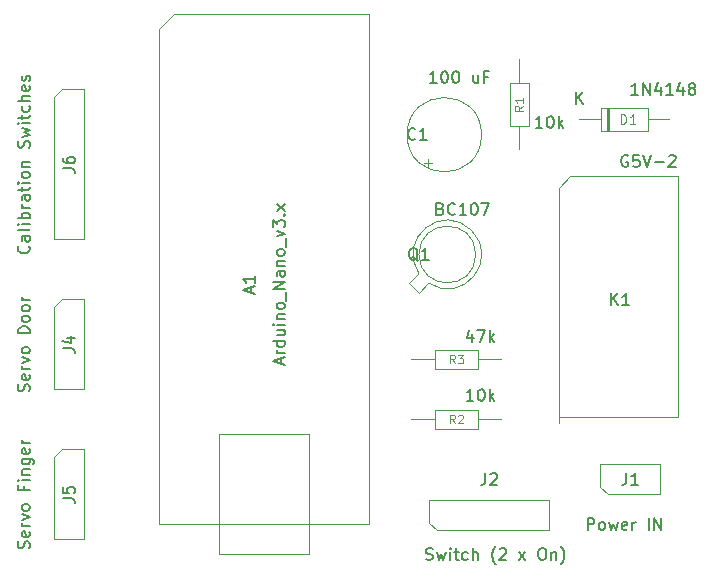
<source format=gbr>
G04 #@! TF.GenerationSoftware,KiCad,Pcbnew,5.1.8-db9833491~88~ubuntu18.04.1*
G04 #@! TF.CreationDate,2020-12-13T17:35:25+01:00*
G04 #@! TF.ProjectId,UselessBox,5573656c-6573-4734-926f-782e6b696361,rev?*
G04 #@! TF.SameCoordinates,Original*
G04 #@! TF.FileFunction,Other,Fab,Top*
%FSLAX46Y46*%
G04 Gerber Fmt 4.6, Leading zero omitted, Abs format (unit mm)*
G04 Created by KiCad (PCBNEW 5.1.8-db9833491~88~ubuntu18.04.1) date 2020-12-13 17:35:25*
%MOMM*%
%LPD*%
G01*
G04 APERTURE LIST*
%ADD10C,0.100000*%
%ADD11C,0.120000*%
%ADD12C,0.150000*%
%ADD13C,0.108000*%
G04 APERTURE END LIST*
D10*
X121260000Y-87650000D02*
G75*
G03*
X121260000Y-87650000I-3150000J0D01*
G01*
X116736500Y-90343972D02*
X116736500Y-89713972D01*
X116421500Y-90028972D02*
X117051500Y-90028972D01*
X115944699Y-99389057D02*
X115117384Y-100216372D01*
X115117384Y-100216372D02*
X115937628Y-101036616D01*
X115937628Y-101036616D02*
X116764943Y-100209301D01*
X120764000Y-97790000D02*
G75*
G03*
X120764000Y-97790000I-2400000J0D01*
G01*
X116766044Y-100210028D02*
G75*
G03*
X115944699Y-99389057I1597956J2420028D01*
G01*
D11*
X127822000Y-92156000D02*
X128732000Y-91146000D01*
X137862000Y-91146000D02*
X128732000Y-91146000D01*
X127822000Y-92156000D02*
X127822000Y-112036000D01*
X127822000Y-111526000D02*
X137862000Y-111526000D01*
X137862000Y-111526000D02*
X137862000Y-91146000D01*
D10*
X99060000Y-113030000D02*
X106680000Y-113030000D01*
X106680000Y-113030000D02*
X106680000Y-123190000D01*
X106680000Y-123190000D02*
X99060000Y-123190000D01*
X99060000Y-123190000D02*
X99060000Y-113030000D01*
X111760000Y-120650000D02*
X93980000Y-120650000D01*
X93980000Y-120650000D02*
X93980000Y-78740000D01*
X93980000Y-78740000D02*
X95250000Y-77470000D01*
X95250000Y-77470000D02*
X111760000Y-77470000D01*
X111760000Y-77470000D02*
X111760000Y-120650000D01*
X131350000Y-85360000D02*
X131350000Y-87360000D01*
X131350000Y-87360000D02*
X135350000Y-87360000D01*
X135350000Y-87360000D02*
X135350000Y-85360000D01*
X135350000Y-85360000D02*
X131350000Y-85360000D01*
X129540000Y-86360000D02*
X131350000Y-86360000D01*
X137160000Y-86360000D02*
X135350000Y-86360000D01*
X131950000Y-85360000D02*
X131950000Y-87360000D01*
X132050000Y-85360000D02*
X132050000Y-87360000D01*
X131850000Y-85360000D02*
X131850000Y-87360000D01*
X131318000Y-117475000D02*
X131318000Y-115570000D01*
X131318000Y-115570000D02*
X136398000Y-115570000D01*
X136398000Y-115570000D02*
X136398000Y-118110000D01*
X136398000Y-118110000D02*
X131953000Y-118110000D01*
X131953000Y-118110000D02*
X131318000Y-117475000D01*
X85725000Y-101600000D02*
X87630000Y-101600000D01*
X87630000Y-101600000D02*
X87630000Y-109220000D01*
X87630000Y-109220000D02*
X85090000Y-109220000D01*
X85090000Y-109220000D02*
X85090000Y-102235000D01*
X85090000Y-102235000D02*
X85725000Y-101600000D01*
X85090000Y-114935000D02*
X85725000Y-114300000D01*
X85090000Y-121920000D02*
X85090000Y-114935000D01*
X87630000Y-121920000D02*
X85090000Y-121920000D01*
X87630000Y-114300000D02*
X87630000Y-121920000D01*
X85725000Y-114300000D02*
X87630000Y-114300000D01*
X85725000Y-83820000D02*
X87630000Y-83820000D01*
X87630000Y-83820000D02*
X87630000Y-96520000D01*
X87630000Y-96520000D02*
X85090000Y-96520000D01*
X85090000Y-96520000D02*
X85090000Y-84455000D01*
X85090000Y-84455000D02*
X85725000Y-83820000D01*
X125260000Y-83290000D02*
X123660000Y-83290000D01*
X123660000Y-83290000D02*
X123660000Y-86890000D01*
X123660000Y-86890000D02*
X125260000Y-86890000D01*
X125260000Y-86890000D02*
X125260000Y-83290000D01*
X124460000Y-81280000D02*
X124460000Y-83290000D01*
X124460000Y-88900000D02*
X124460000Y-86890000D01*
X122936000Y-111760000D02*
X120926000Y-111760000D01*
X115316000Y-111760000D02*
X117326000Y-111760000D01*
X120926000Y-110960000D02*
X117326000Y-110960000D01*
X120926000Y-112560000D02*
X120926000Y-110960000D01*
X117326000Y-112560000D02*
X120926000Y-112560000D01*
X117326000Y-110960000D02*
X117326000Y-112560000D01*
X120926000Y-107480000D02*
X120926000Y-105880000D01*
X120926000Y-105880000D02*
X117326000Y-105880000D01*
X117326000Y-105880000D02*
X117326000Y-107480000D01*
X117326000Y-107480000D02*
X120926000Y-107480000D01*
X122936000Y-106680000D02*
X120926000Y-106680000D01*
X115316000Y-106680000D02*
X117326000Y-106680000D01*
X116840000Y-120523000D02*
X116840000Y-118618000D01*
X116840000Y-118618000D02*
X127000000Y-118618000D01*
X127000000Y-118618000D02*
X127000000Y-121158000D01*
X127000000Y-121158000D02*
X117475000Y-121158000D01*
X117475000Y-121158000D02*
X116840000Y-120523000D01*
D12*
X117451428Y-83256380D02*
X116880000Y-83256380D01*
X117165714Y-83256380D02*
X117165714Y-82256380D01*
X117070476Y-82399238D01*
X116975238Y-82494476D01*
X116880000Y-82542095D01*
X118070476Y-82256380D02*
X118165714Y-82256380D01*
X118260952Y-82304000D01*
X118308571Y-82351619D01*
X118356190Y-82446857D01*
X118403809Y-82637333D01*
X118403809Y-82875428D01*
X118356190Y-83065904D01*
X118308571Y-83161142D01*
X118260952Y-83208761D01*
X118165714Y-83256380D01*
X118070476Y-83256380D01*
X117975238Y-83208761D01*
X117927619Y-83161142D01*
X117880000Y-83065904D01*
X117832380Y-82875428D01*
X117832380Y-82637333D01*
X117880000Y-82446857D01*
X117927619Y-82351619D01*
X117975238Y-82304000D01*
X118070476Y-82256380D01*
X119022857Y-82256380D02*
X119118095Y-82256380D01*
X119213333Y-82304000D01*
X119260952Y-82351619D01*
X119308571Y-82446857D01*
X119356190Y-82637333D01*
X119356190Y-82875428D01*
X119308571Y-83065904D01*
X119260952Y-83161142D01*
X119213333Y-83208761D01*
X119118095Y-83256380D01*
X119022857Y-83256380D01*
X118927619Y-83208761D01*
X118880000Y-83161142D01*
X118832380Y-83065904D01*
X118784761Y-82875428D01*
X118784761Y-82637333D01*
X118832380Y-82446857D01*
X118880000Y-82351619D01*
X118927619Y-82304000D01*
X119022857Y-82256380D01*
X120975238Y-82589714D02*
X120975238Y-83256380D01*
X120546666Y-82589714D02*
X120546666Y-83113523D01*
X120594285Y-83208761D01*
X120689523Y-83256380D01*
X120832380Y-83256380D01*
X120927619Y-83208761D01*
X120975238Y-83161142D01*
X121784761Y-82732571D02*
X121451428Y-82732571D01*
X121451428Y-83256380D02*
X121451428Y-82256380D01*
X121927619Y-82256380D01*
X115657333Y-87987142D02*
X115609714Y-88034761D01*
X115466857Y-88082380D01*
X115371619Y-88082380D01*
X115228761Y-88034761D01*
X115133523Y-87939523D01*
X115085904Y-87844285D01*
X115038285Y-87653809D01*
X115038285Y-87510952D01*
X115085904Y-87320476D01*
X115133523Y-87225238D01*
X115228761Y-87130000D01*
X115371619Y-87082380D01*
X115466857Y-87082380D01*
X115609714Y-87130000D01*
X115657333Y-87177619D01*
X116609714Y-88082380D02*
X116038285Y-88082380D01*
X116324000Y-88082380D02*
X116324000Y-87082380D01*
X116228761Y-87225238D01*
X116133523Y-87320476D01*
X116038285Y-87368095D01*
X117776857Y-93908571D02*
X117919714Y-93956190D01*
X117967333Y-94003809D01*
X118014952Y-94099047D01*
X118014952Y-94241904D01*
X117967333Y-94337142D01*
X117919714Y-94384761D01*
X117824476Y-94432380D01*
X117443523Y-94432380D01*
X117443523Y-93432380D01*
X117776857Y-93432380D01*
X117872095Y-93480000D01*
X117919714Y-93527619D01*
X117967333Y-93622857D01*
X117967333Y-93718095D01*
X117919714Y-93813333D01*
X117872095Y-93860952D01*
X117776857Y-93908571D01*
X117443523Y-93908571D01*
X119014952Y-94337142D02*
X118967333Y-94384761D01*
X118824476Y-94432380D01*
X118729238Y-94432380D01*
X118586380Y-94384761D01*
X118491142Y-94289523D01*
X118443523Y-94194285D01*
X118395904Y-94003809D01*
X118395904Y-93860952D01*
X118443523Y-93670476D01*
X118491142Y-93575238D01*
X118586380Y-93480000D01*
X118729238Y-93432380D01*
X118824476Y-93432380D01*
X118967333Y-93480000D01*
X119014952Y-93527619D01*
X119967333Y-94432380D02*
X119395904Y-94432380D01*
X119681619Y-94432380D02*
X119681619Y-93432380D01*
X119586380Y-93575238D01*
X119491142Y-93670476D01*
X119395904Y-93718095D01*
X120586380Y-93432380D02*
X120681619Y-93432380D01*
X120776857Y-93480000D01*
X120824476Y-93527619D01*
X120872095Y-93622857D01*
X120919714Y-93813333D01*
X120919714Y-94051428D01*
X120872095Y-94241904D01*
X120824476Y-94337142D01*
X120776857Y-94384761D01*
X120681619Y-94432380D01*
X120586380Y-94432380D01*
X120491142Y-94384761D01*
X120443523Y-94337142D01*
X120395904Y-94241904D01*
X120348285Y-94051428D01*
X120348285Y-93813333D01*
X120395904Y-93622857D01*
X120443523Y-93527619D01*
X120491142Y-93480000D01*
X120586380Y-93432380D01*
X121253047Y-93432380D02*
X121919714Y-93432380D01*
X121491142Y-94432380D01*
X115868761Y-98337619D02*
X115773523Y-98290000D01*
X115678285Y-98194761D01*
X115535428Y-98051904D01*
X115440190Y-98004285D01*
X115344952Y-98004285D01*
X115392571Y-98242380D02*
X115297333Y-98194761D01*
X115202095Y-98099523D01*
X115154476Y-97909047D01*
X115154476Y-97575714D01*
X115202095Y-97385238D01*
X115297333Y-97290000D01*
X115392571Y-97242380D01*
X115583047Y-97242380D01*
X115678285Y-97290000D01*
X115773523Y-97385238D01*
X115821142Y-97575714D01*
X115821142Y-97909047D01*
X115773523Y-98099523D01*
X115678285Y-98194761D01*
X115583047Y-98242380D01*
X115392571Y-98242380D01*
X116773523Y-98242380D02*
X116202095Y-98242380D01*
X116487809Y-98242380D02*
X116487809Y-97242380D01*
X116392571Y-97385238D01*
X116297333Y-97480476D01*
X116202095Y-97528095D01*
X133643904Y-89416000D02*
X133548666Y-89368380D01*
X133405809Y-89368380D01*
X133262952Y-89416000D01*
X133167714Y-89511238D01*
X133120095Y-89606476D01*
X133072476Y-89796952D01*
X133072476Y-89939809D01*
X133120095Y-90130285D01*
X133167714Y-90225523D01*
X133262952Y-90320761D01*
X133405809Y-90368380D01*
X133501047Y-90368380D01*
X133643904Y-90320761D01*
X133691523Y-90273142D01*
X133691523Y-89939809D01*
X133501047Y-89939809D01*
X134596285Y-89368380D02*
X134120095Y-89368380D01*
X134072476Y-89844571D01*
X134120095Y-89796952D01*
X134215333Y-89749333D01*
X134453428Y-89749333D01*
X134548666Y-89796952D01*
X134596285Y-89844571D01*
X134643904Y-89939809D01*
X134643904Y-90177904D01*
X134596285Y-90273142D01*
X134548666Y-90320761D01*
X134453428Y-90368380D01*
X134215333Y-90368380D01*
X134120095Y-90320761D01*
X134072476Y-90273142D01*
X134929619Y-89368380D02*
X135262952Y-90368380D01*
X135596285Y-89368380D01*
X135929619Y-89987428D02*
X136691523Y-89987428D01*
X137120095Y-89463619D02*
X137167714Y-89416000D01*
X137262952Y-89368380D01*
X137501047Y-89368380D01*
X137596285Y-89416000D01*
X137643904Y-89463619D01*
X137691523Y-89558857D01*
X137691523Y-89654095D01*
X137643904Y-89796952D01*
X137072476Y-90368380D01*
X137691523Y-90368380D01*
X132233904Y-102068380D02*
X132233904Y-101068380D01*
X132805333Y-102068380D02*
X132376761Y-101496952D01*
X132805333Y-101068380D02*
X132233904Y-101639809D01*
X133757714Y-102068380D02*
X133186285Y-102068380D01*
X133472000Y-102068380D02*
X133472000Y-101068380D01*
X133376761Y-101211238D01*
X133281523Y-101306476D01*
X133186285Y-101354095D01*
X104306666Y-107068095D02*
X104306666Y-106591904D01*
X104592380Y-107163333D02*
X103592380Y-106830000D01*
X104592380Y-106496666D01*
X104592380Y-106163333D02*
X103925714Y-106163333D01*
X104116190Y-106163333D02*
X104020952Y-106115714D01*
X103973333Y-106068095D01*
X103925714Y-105972857D01*
X103925714Y-105877619D01*
X104592380Y-105115714D02*
X103592380Y-105115714D01*
X104544761Y-105115714D02*
X104592380Y-105210952D01*
X104592380Y-105401428D01*
X104544761Y-105496666D01*
X104497142Y-105544285D01*
X104401904Y-105591904D01*
X104116190Y-105591904D01*
X104020952Y-105544285D01*
X103973333Y-105496666D01*
X103925714Y-105401428D01*
X103925714Y-105210952D01*
X103973333Y-105115714D01*
X103925714Y-104210952D02*
X104592380Y-104210952D01*
X103925714Y-104639523D02*
X104449523Y-104639523D01*
X104544761Y-104591904D01*
X104592380Y-104496666D01*
X104592380Y-104353809D01*
X104544761Y-104258571D01*
X104497142Y-104210952D01*
X104592380Y-103734761D02*
X103925714Y-103734761D01*
X103592380Y-103734761D02*
X103640000Y-103782380D01*
X103687619Y-103734761D01*
X103640000Y-103687142D01*
X103592380Y-103734761D01*
X103687619Y-103734761D01*
X103925714Y-103258571D02*
X104592380Y-103258571D01*
X104020952Y-103258571D02*
X103973333Y-103210952D01*
X103925714Y-103115714D01*
X103925714Y-102972857D01*
X103973333Y-102877619D01*
X104068571Y-102830000D01*
X104592380Y-102830000D01*
X104592380Y-102210952D02*
X104544761Y-102306190D01*
X104497142Y-102353809D01*
X104401904Y-102401428D01*
X104116190Y-102401428D01*
X104020952Y-102353809D01*
X103973333Y-102306190D01*
X103925714Y-102210952D01*
X103925714Y-102068095D01*
X103973333Y-101972857D01*
X104020952Y-101925238D01*
X104116190Y-101877619D01*
X104401904Y-101877619D01*
X104497142Y-101925238D01*
X104544761Y-101972857D01*
X104592380Y-102068095D01*
X104592380Y-102210952D01*
X104687619Y-101687142D02*
X104687619Y-100925238D01*
X104592380Y-100687142D02*
X103592380Y-100687142D01*
X104592380Y-100115714D01*
X103592380Y-100115714D01*
X104592380Y-99210952D02*
X104068571Y-99210952D01*
X103973333Y-99258571D01*
X103925714Y-99353809D01*
X103925714Y-99544285D01*
X103973333Y-99639523D01*
X104544761Y-99210952D02*
X104592380Y-99306190D01*
X104592380Y-99544285D01*
X104544761Y-99639523D01*
X104449523Y-99687142D01*
X104354285Y-99687142D01*
X104259047Y-99639523D01*
X104211428Y-99544285D01*
X104211428Y-99306190D01*
X104163809Y-99210952D01*
X103925714Y-98734761D02*
X104592380Y-98734761D01*
X104020952Y-98734761D02*
X103973333Y-98687142D01*
X103925714Y-98591904D01*
X103925714Y-98449047D01*
X103973333Y-98353809D01*
X104068571Y-98306190D01*
X104592380Y-98306190D01*
X104592380Y-97687142D02*
X104544761Y-97782380D01*
X104497142Y-97830000D01*
X104401904Y-97877619D01*
X104116190Y-97877619D01*
X104020952Y-97830000D01*
X103973333Y-97782380D01*
X103925714Y-97687142D01*
X103925714Y-97544285D01*
X103973333Y-97449047D01*
X104020952Y-97401428D01*
X104116190Y-97353809D01*
X104401904Y-97353809D01*
X104497142Y-97401428D01*
X104544761Y-97449047D01*
X104592380Y-97544285D01*
X104592380Y-97687142D01*
X104687619Y-97163333D02*
X104687619Y-96401428D01*
X103925714Y-96258571D02*
X104592380Y-96020476D01*
X103925714Y-95782380D01*
X103592380Y-95496666D02*
X103592380Y-94877619D01*
X103973333Y-95210952D01*
X103973333Y-95068095D01*
X104020952Y-94972857D01*
X104068571Y-94925238D01*
X104163809Y-94877619D01*
X104401904Y-94877619D01*
X104497142Y-94925238D01*
X104544761Y-94972857D01*
X104592380Y-95068095D01*
X104592380Y-95353809D01*
X104544761Y-95449047D01*
X104497142Y-95496666D01*
X104497142Y-94449047D02*
X104544761Y-94401428D01*
X104592380Y-94449047D01*
X104544761Y-94496666D01*
X104497142Y-94449047D01*
X104592380Y-94449047D01*
X104592380Y-94068095D02*
X103925714Y-93544285D01*
X103925714Y-94068095D02*
X104592380Y-93544285D01*
X101766666Y-101044285D02*
X101766666Y-100568095D01*
X102052380Y-101139523D02*
X101052380Y-100806190D01*
X102052380Y-100472857D01*
X102052380Y-99615714D02*
X102052380Y-100187142D01*
X102052380Y-99901428D02*
X101052380Y-99901428D01*
X101195238Y-99996666D01*
X101290476Y-100091904D01*
X101338095Y-100187142D01*
X134509142Y-84272380D02*
X133937714Y-84272380D01*
X134223428Y-84272380D02*
X134223428Y-83272380D01*
X134128190Y-83415238D01*
X134032952Y-83510476D01*
X133937714Y-83558095D01*
X134937714Y-84272380D02*
X134937714Y-83272380D01*
X135509142Y-84272380D01*
X135509142Y-83272380D01*
X136413904Y-83605714D02*
X136413904Y-84272380D01*
X136175809Y-83224761D02*
X135937714Y-83939047D01*
X136556761Y-83939047D01*
X137461523Y-84272380D02*
X136890095Y-84272380D01*
X137175809Y-84272380D02*
X137175809Y-83272380D01*
X137080571Y-83415238D01*
X136985333Y-83510476D01*
X136890095Y-83558095D01*
X138318666Y-83605714D02*
X138318666Y-84272380D01*
X138080571Y-83224761D02*
X137842476Y-83939047D01*
X138461523Y-83939047D01*
X138985333Y-83700952D02*
X138890095Y-83653333D01*
X138842476Y-83605714D01*
X138794857Y-83510476D01*
X138794857Y-83462857D01*
X138842476Y-83367619D01*
X138890095Y-83320000D01*
X138985333Y-83272380D01*
X139175809Y-83272380D01*
X139271047Y-83320000D01*
X139318666Y-83367619D01*
X139366285Y-83462857D01*
X139366285Y-83510476D01*
X139318666Y-83605714D01*
X139271047Y-83653333D01*
X139175809Y-83700952D01*
X138985333Y-83700952D01*
X138890095Y-83748571D01*
X138842476Y-83796190D01*
X138794857Y-83891428D01*
X138794857Y-84081904D01*
X138842476Y-84177142D01*
X138890095Y-84224761D01*
X138985333Y-84272380D01*
X139175809Y-84272380D01*
X139271047Y-84224761D01*
X139318666Y-84177142D01*
X139366285Y-84081904D01*
X139366285Y-83891428D01*
X139318666Y-83796190D01*
X139271047Y-83748571D01*
X139175809Y-83700952D01*
D11*
X133059523Y-86721904D02*
X133059523Y-85921904D01*
X133250000Y-85921904D01*
X133364285Y-85960000D01*
X133440476Y-86036190D01*
X133478571Y-86112380D01*
X133516666Y-86264761D01*
X133516666Y-86379047D01*
X133478571Y-86531428D01*
X133440476Y-86607619D01*
X133364285Y-86683809D01*
X133250000Y-86721904D01*
X133059523Y-86721904D01*
X134278571Y-86721904D02*
X133821428Y-86721904D01*
X134050000Y-86721904D02*
X134050000Y-85921904D01*
X133973809Y-86036190D01*
X133897619Y-86112380D01*
X133821428Y-86150476D01*
D12*
X129278095Y-85012380D02*
X129278095Y-84012380D01*
X129849523Y-85012380D02*
X129420952Y-84440952D01*
X129849523Y-84012380D02*
X129278095Y-84583809D01*
X130230952Y-121102380D02*
X130230952Y-120102380D01*
X130611904Y-120102380D01*
X130707142Y-120150000D01*
X130754761Y-120197619D01*
X130802380Y-120292857D01*
X130802380Y-120435714D01*
X130754761Y-120530952D01*
X130707142Y-120578571D01*
X130611904Y-120626190D01*
X130230952Y-120626190D01*
X131373809Y-121102380D02*
X131278571Y-121054761D01*
X131230952Y-121007142D01*
X131183333Y-120911904D01*
X131183333Y-120626190D01*
X131230952Y-120530952D01*
X131278571Y-120483333D01*
X131373809Y-120435714D01*
X131516666Y-120435714D01*
X131611904Y-120483333D01*
X131659523Y-120530952D01*
X131707142Y-120626190D01*
X131707142Y-120911904D01*
X131659523Y-121007142D01*
X131611904Y-121054761D01*
X131516666Y-121102380D01*
X131373809Y-121102380D01*
X132040476Y-120435714D02*
X132230952Y-121102380D01*
X132421428Y-120626190D01*
X132611904Y-121102380D01*
X132802380Y-120435714D01*
X133564285Y-121054761D02*
X133469047Y-121102380D01*
X133278571Y-121102380D01*
X133183333Y-121054761D01*
X133135714Y-120959523D01*
X133135714Y-120578571D01*
X133183333Y-120483333D01*
X133278571Y-120435714D01*
X133469047Y-120435714D01*
X133564285Y-120483333D01*
X133611904Y-120578571D01*
X133611904Y-120673809D01*
X133135714Y-120769047D01*
X134040476Y-121102380D02*
X134040476Y-120435714D01*
X134040476Y-120626190D02*
X134088095Y-120530952D01*
X134135714Y-120483333D01*
X134230952Y-120435714D01*
X134326190Y-120435714D01*
X135421428Y-121102380D02*
X135421428Y-120102380D01*
X135897619Y-121102380D02*
X135897619Y-120102380D01*
X136469047Y-121102380D01*
X136469047Y-120102380D01*
X133524666Y-116292380D02*
X133524666Y-117006666D01*
X133477047Y-117149523D01*
X133381809Y-117244761D01*
X133238952Y-117292380D01*
X133143714Y-117292380D01*
X134524666Y-117292380D02*
X133953238Y-117292380D01*
X134238952Y-117292380D02*
X134238952Y-116292380D01*
X134143714Y-116435238D01*
X134048476Y-116530476D01*
X133953238Y-116578095D01*
X82954761Y-109362380D02*
X83002380Y-109219523D01*
X83002380Y-108981428D01*
X82954761Y-108886190D01*
X82907142Y-108838571D01*
X82811904Y-108790952D01*
X82716666Y-108790952D01*
X82621428Y-108838571D01*
X82573809Y-108886190D01*
X82526190Y-108981428D01*
X82478571Y-109171904D01*
X82430952Y-109267142D01*
X82383333Y-109314761D01*
X82288095Y-109362380D01*
X82192857Y-109362380D01*
X82097619Y-109314761D01*
X82050000Y-109267142D01*
X82002380Y-109171904D01*
X82002380Y-108933809D01*
X82050000Y-108790952D01*
X82954761Y-107981428D02*
X83002380Y-108076666D01*
X83002380Y-108267142D01*
X82954761Y-108362380D01*
X82859523Y-108409999D01*
X82478571Y-108409999D01*
X82383333Y-108362380D01*
X82335714Y-108267142D01*
X82335714Y-108076666D01*
X82383333Y-107981428D01*
X82478571Y-107933809D01*
X82573809Y-107933809D01*
X82669047Y-108409999D01*
X83002380Y-107505238D02*
X82335714Y-107505238D01*
X82526190Y-107505238D02*
X82430952Y-107457619D01*
X82383333Y-107409999D01*
X82335714Y-107314761D01*
X82335714Y-107219523D01*
X82335714Y-106981428D02*
X83002380Y-106743333D01*
X82335714Y-106505238D01*
X83002380Y-105981428D02*
X82954761Y-106076666D01*
X82907142Y-106124285D01*
X82811904Y-106171904D01*
X82526190Y-106171904D01*
X82430952Y-106124285D01*
X82383333Y-106076666D01*
X82335714Y-105981428D01*
X82335714Y-105838571D01*
X82383333Y-105743333D01*
X82430952Y-105695714D01*
X82526190Y-105648095D01*
X82811904Y-105648095D01*
X82907142Y-105695714D01*
X82954761Y-105743333D01*
X83002380Y-105838571D01*
X83002380Y-105981428D01*
X83002380Y-104457619D02*
X82002380Y-104457619D01*
X82002380Y-104219523D01*
X82050000Y-104076666D01*
X82145238Y-103981428D01*
X82240476Y-103933809D01*
X82430952Y-103886190D01*
X82573809Y-103886190D01*
X82764285Y-103933809D01*
X82859523Y-103981428D01*
X82954761Y-104076666D01*
X83002380Y-104219523D01*
X83002380Y-104457619D01*
X83002380Y-103314761D02*
X82954761Y-103409999D01*
X82907142Y-103457619D01*
X82811904Y-103505238D01*
X82526190Y-103505238D01*
X82430952Y-103457619D01*
X82383333Y-103409999D01*
X82335714Y-103314761D01*
X82335714Y-103171904D01*
X82383333Y-103076666D01*
X82430952Y-103029047D01*
X82526190Y-102981428D01*
X82811904Y-102981428D01*
X82907142Y-103029047D01*
X82954761Y-103076666D01*
X83002380Y-103171904D01*
X83002380Y-103314761D01*
X83002380Y-102409999D02*
X82954761Y-102505238D01*
X82907142Y-102552857D01*
X82811904Y-102600476D01*
X82526190Y-102600476D01*
X82430952Y-102552857D01*
X82383333Y-102505238D01*
X82335714Y-102409999D01*
X82335714Y-102267142D01*
X82383333Y-102171904D01*
X82430952Y-102124285D01*
X82526190Y-102076666D01*
X82811904Y-102076666D01*
X82907142Y-102124285D01*
X82954761Y-102171904D01*
X83002380Y-102267142D01*
X83002380Y-102409999D01*
X83002380Y-101648095D02*
X82335714Y-101648095D01*
X82526190Y-101648095D02*
X82430952Y-101600476D01*
X82383333Y-101552857D01*
X82335714Y-101457619D01*
X82335714Y-101362380D01*
X85812380Y-105743333D02*
X86526666Y-105743333D01*
X86669523Y-105790952D01*
X86764761Y-105886190D01*
X86812380Y-106029047D01*
X86812380Y-106124285D01*
X86145714Y-104838571D02*
X86812380Y-104838571D01*
X85764761Y-105076666D02*
X86479047Y-105314761D01*
X86479047Y-104695714D01*
X82954761Y-122657619D02*
X83002380Y-122514761D01*
X83002380Y-122276666D01*
X82954761Y-122181428D01*
X82907142Y-122133809D01*
X82811904Y-122086190D01*
X82716666Y-122086190D01*
X82621428Y-122133809D01*
X82573809Y-122181428D01*
X82526190Y-122276666D01*
X82478571Y-122467142D01*
X82430952Y-122562380D01*
X82383333Y-122610000D01*
X82288095Y-122657619D01*
X82192857Y-122657619D01*
X82097619Y-122610000D01*
X82050000Y-122562380D01*
X82002380Y-122467142D01*
X82002380Y-122229047D01*
X82050000Y-122086190D01*
X82954761Y-121276666D02*
X83002380Y-121371904D01*
X83002380Y-121562380D01*
X82954761Y-121657619D01*
X82859523Y-121705238D01*
X82478571Y-121705238D01*
X82383333Y-121657619D01*
X82335714Y-121562380D01*
X82335714Y-121371904D01*
X82383333Y-121276666D01*
X82478571Y-121229047D01*
X82573809Y-121229047D01*
X82669047Y-121705238D01*
X83002380Y-120800476D02*
X82335714Y-120800476D01*
X82526190Y-120800476D02*
X82430952Y-120752857D01*
X82383333Y-120705238D01*
X82335714Y-120610000D01*
X82335714Y-120514761D01*
X82335714Y-120276666D02*
X83002380Y-120038571D01*
X82335714Y-119800476D01*
X83002380Y-119276666D02*
X82954761Y-119371904D01*
X82907142Y-119419523D01*
X82811904Y-119467142D01*
X82526190Y-119467142D01*
X82430952Y-119419523D01*
X82383333Y-119371904D01*
X82335714Y-119276666D01*
X82335714Y-119133809D01*
X82383333Y-119038571D01*
X82430952Y-118990952D01*
X82526190Y-118943333D01*
X82811904Y-118943333D01*
X82907142Y-118990952D01*
X82954761Y-119038571D01*
X83002380Y-119133809D01*
X83002380Y-119276666D01*
X82478571Y-117419523D02*
X82478571Y-117752857D01*
X83002380Y-117752857D02*
X82002380Y-117752857D01*
X82002380Y-117276666D01*
X83002380Y-116895714D02*
X82335714Y-116895714D01*
X82002380Y-116895714D02*
X82050000Y-116943333D01*
X82097619Y-116895714D01*
X82050000Y-116848095D01*
X82002380Y-116895714D01*
X82097619Y-116895714D01*
X82335714Y-116419523D02*
X83002380Y-116419523D01*
X82430952Y-116419523D02*
X82383333Y-116371904D01*
X82335714Y-116276666D01*
X82335714Y-116133809D01*
X82383333Y-116038571D01*
X82478571Y-115990952D01*
X83002380Y-115990952D01*
X82335714Y-115086190D02*
X83145238Y-115086190D01*
X83240476Y-115133809D01*
X83288095Y-115181428D01*
X83335714Y-115276666D01*
X83335714Y-115419523D01*
X83288095Y-115514761D01*
X82954761Y-115086190D02*
X83002380Y-115181428D01*
X83002380Y-115371904D01*
X82954761Y-115467142D01*
X82907142Y-115514761D01*
X82811904Y-115562380D01*
X82526190Y-115562380D01*
X82430952Y-115514761D01*
X82383333Y-115467142D01*
X82335714Y-115371904D01*
X82335714Y-115181428D01*
X82383333Y-115086190D01*
X82954761Y-114229047D02*
X83002380Y-114324285D01*
X83002380Y-114514761D01*
X82954761Y-114610000D01*
X82859523Y-114657619D01*
X82478571Y-114657619D01*
X82383333Y-114610000D01*
X82335714Y-114514761D01*
X82335714Y-114324285D01*
X82383333Y-114229047D01*
X82478571Y-114181428D01*
X82573809Y-114181428D01*
X82669047Y-114657619D01*
X83002380Y-113752857D02*
X82335714Y-113752857D01*
X82526190Y-113752857D02*
X82430952Y-113705238D01*
X82383333Y-113657619D01*
X82335714Y-113562380D01*
X82335714Y-113467142D01*
X85812380Y-118443333D02*
X86526666Y-118443333D01*
X86669523Y-118490952D01*
X86764761Y-118586190D01*
X86812380Y-118729047D01*
X86812380Y-118824285D01*
X85812380Y-117490952D02*
X85812380Y-117967142D01*
X86288571Y-118014761D01*
X86240952Y-117967142D01*
X86193333Y-117871904D01*
X86193333Y-117633809D01*
X86240952Y-117538571D01*
X86288571Y-117490952D01*
X86383809Y-117443333D01*
X86621904Y-117443333D01*
X86717142Y-117490952D01*
X86764761Y-117538571D01*
X86812380Y-117633809D01*
X86812380Y-117871904D01*
X86764761Y-117967142D01*
X86717142Y-118014761D01*
X82907142Y-97074761D02*
X82954761Y-97122380D01*
X83002380Y-97265238D01*
X83002380Y-97360476D01*
X82954761Y-97503333D01*
X82859523Y-97598571D01*
X82764285Y-97646190D01*
X82573809Y-97693809D01*
X82430952Y-97693809D01*
X82240476Y-97646190D01*
X82145238Y-97598571D01*
X82050000Y-97503333D01*
X82002380Y-97360476D01*
X82002380Y-97265238D01*
X82050000Y-97122380D01*
X82097619Y-97074761D01*
X83002380Y-96217619D02*
X82478571Y-96217619D01*
X82383333Y-96265238D01*
X82335714Y-96360476D01*
X82335714Y-96550952D01*
X82383333Y-96646190D01*
X82954761Y-96217619D02*
X83002380Y-96312857D01*
X83002380Y-96550952D01*
X82954761Y-96646190D01*
X82859523Y-96693809D01*
X82764285Y-96693809D01*
X82669047Y-96646190D01*
X82621428Y-96550952D01*
X82621428Y-96312857D01*
X82573809Y-96217619D01*
X83002380Y-95598571D02*
X82954761Y-95693809D01*
X82859523Y-95741428D01*
X82002380Y-95741428D01*
X83002380Y-95217619D02*
X82335714Y-95217619D01*
X82002380Y-95217619D02*
X82050000Y-95265238D01*
X82097619Y-95217619D01*
X82050000Y-95170000D01*
X82002380Y-95217619D01*
X82097619Y-95217619D01*
X83002380Y-94741428D02*
X82002380Y-94741428D01*
X82383333Y-94741428D02*
X82335714Y-94646190D01*
X82335714Y-94455714D01*
X82383333Y-94360476D01*
X82430952Y-94312857D01*
X82526190Y-94265238D01*
X82811904Y-94265238D01*
X82907142Y-94312857D01*
X82954761Y-94360476D01*
X83002380Y-94455714D01*
X83002380Y-94646190D01*
X82954761Y-94741428D01*
X83002380Y-93836666D02*
X82335714Y-93836666D01*
X82526190Y-93836666D02*
X82430952Y-93789047D01*
X82383333Y-93741428D01*
X82335714Y-93646190D01*
X82335714Y-93550952D01*
X83002380Y-92789047D02*
X82478571Y-92789047D01*
X82383333Y-92836666D01*
X82335714Y-92931904D01*
X82335714Y-93122380D01*
X82383333Y-93217619D01*
X82954761Y-92789047D02*
X83002380Y-92884285D01*
X83002380Y-93122380D01*
X82954761Y-93217619D01*
X82859523Y-93265238D01*
X82764285Y-93265238D01*
X82669047Y-93217619D01*
X82621428Y-93122380D01*
X82621428Y-92884285D01*
X82573809Y-92789047D01*
X82335714Y-92455714D02*
X82335714Y-92074761D01*
X82002380Y-92312857D02*
X82859523Y-92312857D01*
X82954761Y-92265238D01*
X83002380Y-92170000D01*
X83002380Y-92074761D01*
X83002380Y-91741428D02*
X82335714Y-91741428D01*
X82002380Y-91741428D02*
X82050000Y-91789047D01*
X82097619Y-91741428D01*
X82050000Y-91693809D01*
X82002380Y-91741428D01*
X82097619Y-91741428D01*
X83002380Y-91122380D02*
X82954761Y-91217619D01*
X82907142Y-91265238D01*
X82811904Y-91312857D01*
X82526190Y-91312857D01*
X82430952Y-91265238D01*
X82383333Y-91217619D01*
X82335714Y-91122380D01*
X82335714Y-90979523D01*
X82383333Y-90884285D01*
X82430952Y-90836666D01*
X82526190Y-90789047D01*
X82811904Y-90789047D01*
X82907142Y-90836666D01*
X82954761Y-90884285D01*
X83002380Y-90979523D01*
X83002380Y-91122380D01*
X82335714Y-90360476D02*
X83002380Y-90360476D01*
X82430952Y-90360476D02*
X82383333Y-90312857D01*
X82335714Y-90217619D01*
X82335714Y-90074761D01*
X82383333Y-89979523D01*
X82478571Y-89931904D01*
X83002380Y-89931904D01*
X82954761Y-88741428D02*
X83002380Y-88598571D01*
X83002380Y-88360476D01*
X82954761Y-88265238D01*
X82907142Y-88217619D01*
X82811904Y-88170000D01*
X82716666Y-88170000D01*
X82621428Y-88217619D01*
X82573809Y-88265238D01*
X82526190Y-88360476D01*
X82478571Y-88550952D01*
X82430952Y-88646190D01*
X82383333Y-88693809D01*
X82288095Y-88741428D01*
X82192857Y-88741428D01*
X82097619Y-88693809D01*
X82050000Y-88646190D01*
X82002380Y-88550952D01*
X82002380Y-88312857D01*
X82050000Y-88170000D01*
X82335714Y-87836666D02*
X83002380Y-87646190D01*
X82526190Y-87455714D01*
X83002380Y-87265238D01*
X82335714Y-87074761D01*
X83002380Y-86693809D02*
X82335714Y-86693809D01*
X82002380Y-86693809D02*
X82050000Y-86741428D01*
X82097619Y-86693809D01*
X82050000Y-86646190D01*
X82002380Y-86693809D01*
X82097619Y-86693809D01*
X82335714Y-86360476D02*
X82335714Y-85979523D01*
X82002380Y-86217619D02*
X82859523Y-86217619D01*
X82954761Y-86170000D01*
X83002380Y-86074761D01*
X83002380Y-85979523D01*
X82954761Y-85217619D02*
X83002380Y-85312857D01*
X83002380Y-85503333D01*
X82954761Y-85598571D01*
X82907142Y-85646190D01*
X82811904Y-85693809D01*
X82526190Y-85693809D01*
X82430952Y-85646190D01*
X82383333Y-85598571D01*
X82335714Y-85503333D01*
X82335714Y-85312857D01*
X82383333Y-85217619D01*
X83002380Y-84789047D02*
X82002380Y-84789047D01*
X83002380Y-84360476D02*
X82478571Y-84360476D01*
X82383333Y-84408095D01*
X82335714Y-84503333D01*
X82335714Y-84646190D01*
X82383333Y-84741428D01*
X82430952Y-84789047D01*
X82954761Y-83503333D02*
X83002380Y-83598571D01*
X83002380Y-83789047D01*
X82954761Y-83884285D01*
X82859523Y-83931904D01*
X82478571Y-83931904D01*
X82383333Y-83884285D01*
X82335714Y-83789047D01*
X82335714Y-83598571D01*
X82383333Y-83503333D01*
X82478571Y-83455714D01*
X82573809Y-83455714D01*
X82669047Y-83931904D01*
X82954761Y-83074761D02*
X83002380Y-82979523D01*
X83002380Y-82789047D01*
X82954761Y-82693809D01*
X82859523Y-82646190D01*
X82811904Y-82646190D01*
X82716666Y-82693809D01*
X82669047Y-82789047D01*
X82669047Y-82931904D01*
X82621428Y-83027142D01*
X82526190Y-83074761D01*
X82478571Y-83074761D01*
X82383333Y-83027142D01*
X82335714Y-82931904D01*
X82335714Y-82789047D01*
X82383333Y-82693809D01*
X85812380Y-90503333D02*
X86526666Y-90503333D01*
X86669523Y-90550952D01*
X86764761Y-90646190D01*
X86812380Y-90789047D01*
X86812380Y-90884285D01*
X85812380Y-89598571D02*
X85812380Y-89789047D01*
X85860000Y-89884285D01*
X85907619Y-89931904D01*
X86050476Y-90027142D01*
X86240952Y-90074761D01*
X86621904Y-90074761D01*
X86717142Y-90027142D01*
X86764761Y-89979523D01*
X86812380Y-89884285D01*
X86812380Y-89693809D01*
X86764761Y-89598571D01*
X86717142Y-89550952D01*
X86621904Y-89503333D01*
X86383809Y-89503333D01*
X86288571Y-89550952D01*
X86240952Y-89598571D01*
X86193333Y-89693809D01*
X86193333Y-89884285D01*
X86240952Y-89979523D01*
X86288571Y-90027142D01*
X86383809Y-90074761D01*
X126404761Y-87066380D02*
X125833333Y-87066380D01*
X126119047Y-87066380D02*
X126119047Y-86066380D01*
X126023809Y-86209238D01*
X125928571Y-86304476D01*
X125833333Y-86352095D01*
X127023809Y-86066380D02*
X127119047Y-86066380D01*
X127214285Y-86114000D01*
X127261904Y-86161619D01*
X127309523Y-86256857D01*
X127357142Y-86447333D01*
X127357142Y-86685428D01*
X127309523Y-86875904D01*
X127261904Y-86971142D01*
X127214285Y-87018761D01*
X127119047Y-87066380D01*
X127023809Y-87066380D01*
X126928571Y-87018761D01*
X126880952Y-86971142D01*
X126833333Y-86875904D01*
X126785714Y-86685428D01*
X126785714Y-86447333D01*
X126833333Y-86256857D01*
X126880952Y-86161619D01*
X126928571Y-86114000D01*
X127023809Y-86066380D01*
X127785714Y-87066380D02*
X127785714Y-86066380D01*
X127880952Y-86685428D02*
X128166666Y-87066380D01*
X128166666Y-86399714D02*
X127785714Y-86780666D01*
D13*
X124785714Y-85210000D02*
X124442857Y-85450000D01*
X124785714Y-85621428D02*
X124065714Y-85621428D01*
X124065714Y-85347142D01*
X124100000Y-85278571D01*
X124134285Y-85244285D01*
X124202857Y-85210000D01*
X124305714Y-85210000D01*
X124374285Y-85244285D01*
X124408571Y-85278571D01*
X124442857Y-85347142D01*
X124442857Y-85621428D01*
X124785714Y-84524285D02*
X124785714Y-84935714D01*
X124785714Y-84730000D02*
X124065714Y-84730000D01*
X124168571Y-84798571D01*
X124237142Y-84867142D01*
X124271428Y-84935714D01*
D12*
X120562761Y-110180380D02*
X119991333Y-110180380D01*
X120277047Y-110180380D02*
X120277047Y-109180380D01*
X120181809Y-109323238D01*
X120086571Y-109418476D01*
X119991333Y-109466095D01*
X121181809Y-109180380D02*
X121277047Y-109180380D01*
X121372285Y-109228000D01*
X121419904Y-109275619D01*
X121467523Y-109370857D01*
X121515142Y-109561333D01*
X121515142Y-109799428D01*
X121467523Y-109989904D01*
X121419904Y-110085142D01*
X121372285Y-110132761D01*
X121277047Y-110180380D01*
X121181809Y-110180380D01*
X121086571Y-110132761D01*
X121038952Y-110085142D01*
X120991333Y-109989904D01*
X120943714Y-109799428D01*
X120943714Y-109561333D01*
X120991333Y-109370857D01*
X121038952Y-109275619D01*
X121086571Y-109228000D01*
X121181809Y-109180380D01*
X121943714Y-110180380D02*
X121943714Y-109180380D01*
X122038952Y-109799428D02*
X122324666Y-110180380D01*
X122324666Y-109513714D02*
X121943714Y-109894666D01*
D13*
X119006000Y-112085714D02*
X118766000Y-111742857D01*
X118594571Y-112085714D02*
X118594571Y-111365714D01*
X118868857Y-111365714D01*
X118937428Y-111400000D01*
X118971714Y-111434285D01*
X119006000Y-111502857D01*
X119006000Y-111605714D01*
X118971714Y-111674285D01*
X118937428Y-111708571D01*
X118868857Y-111742857D01*
X118594571Y-111742857D01*
X119280285Y-111434285D02*
X119314571Y-111400000D01*
X119383142Y-111365714D01*
X119554571Y-111365714D01*
X119623142Y-111400000D01*
X119657428Y-111434285D01*
X119691714Y-111502857D01*
X119691714Y-111571428D01*
X119657428Y-111674285D01*
X119246000Y-112085714D01*
X119691714Y-112085714D01*
D12*
X120467523Y-104545714D02*
X120467523Y-105212380D01*
X120229428Y-104164761D02*
X119991333Y-104879047D01*
X120610380Y-104879047D01*
X120896095Y-104212380D02*
X121562761Y-104212380D01*
X121134190Y-105212380D01*
X121943714Y-105212380D02*
X121943714Y-104212380D01*
X122038952Y-104831428D02*
X122324666Y-105212380D01*
X122324666Y-104545714D02*
X121943714Y-104926666D01*
D13*
X119006000Y-107005714D02*
X118766000Y-106662857D01*
X118594571Y-107005714D02*
X118594571Y-106285714D01*
X118868857Y-106285714D01*
X118937428Y-106320000D01*
X118971714Y-106354285D01*
X119006000Y-106422857D01*
X119006000Y-106525714D01*
X118971714Y-106594285D01*
X118937428Y-106628571D01*
X118868857Y-106662857D01*
X118594571Y-106662857D01*
X119246000Y-106285714D02*
X119691714Y-106285714D01*
X119451714Y-106560000D01*
X119554571Y-106560000D01*
X119623142Y-106594285D01*
X119657428Y-106628571D01*
X119691714Y-106697142D01*
X119691714Y-106868571D01*
X119657428Y-106937142D01*
X119623142Y-106971428D01*
X119554571Y-107005714D01*
X119348857Y-107005714D01*
X119280285Y-106971428D01*
X119246000Y-106937142D01*
D12*
X116547047Y-123594761D02*
X116689904Y-123642380D01*
X116928000Y-123642380D01*
X117023238Y-123594761D01*
X117070857Y-123547142D01*
X117118476Y-123451904D01*
X117118476Y-123356666D01*
X117070857Y-123261428D01*
X117023238Y-123213809D01*
X116928000Y-123166190D01*
X116737523Y-123118571D01*
X116642285Y-123070952D01*
X116594666Y-123023333D01*
X116547047Y-122928095D01*
X116547047Y-122832857D01*
X116594666Y-122737619D01*
X116642285Y-122690000D01*
X116737523Y-122642380D01*
X116975619Y-122642380D01*
X117118476Y-122690000D01*
X117451809Y-122975714D02*
X117642285Y-123642380D01*
X117832761Y-123166190D01*
X118023238Y-123642380D01*
X118213714Y-122975714D01*
X118594666Y-123642380D02*
X118594666Y-122975714D01*
X118594666Y-122642380D02*
X118547047Y-122690000D01*
X118594666Y-122737619D01*
X118642285Y-122690000D01*
X118594666Y-122642380D01*
X118594666Y-122737619D01*
X118928000Y-122975714D02*
X119308952Y-122975714D01*
X119070857Y-122642380D02*
X119070857Y-123499523D01*
X119118476Y-123594761D01*
X119213714Y-123642380D01*
X119308952Y-123642380D01*
X120070857Y-123594761D02*
X119975619Y-123642380D01*
X119785142Y-123642380D01*
X119689904Y-123594761D01*
X119642285Y-123547142D01*
X119594666Y-123451904D01*
X119594666Y-123166190D01*
X119642285Y-123070952D01*
X119689904Y-123023333D01*
X119785142Y-122975714D01*
X119975619Y-122975714D01*
X120070857Y-123023333D01*
X120499428Y-123642380D02*
X120499428Y-122642380D01*
X120928000Y-123642380D02*
X120928000Y-123118571D01*
X120880380Y-123023333D01*
X120785142Y-122975714D01*
X120642285Y-122975714D01*
X120547047Y-123023333D01*
X120499428Y-123070952D01*
X122451809Y-124023333D02*
X122404190Y-123975714D01*
X122308952Y-123832857D01*
X122261333Y-123737619D01*
X122213714Y-123594761D01*
X122166095Y-123356666D01*
X122166095Y-123166190D01*
X122213714Y-122928095D01*
X122261333Y-122785238D01*
X122308952Y-122690000D01*
X122404190Y-122547142D01*
X122451809Y-122499523D01*
X122785142Y-122737619D02*
X122832761Y-122690000D01*
X122928000Y-122642380D01*
X123166095Y-122642380D01*
X123261333Y-122690000D01*
X123308952Y-122737619D01*
X123356571Y-122832857D01*
X123356571Y-122928095D01*
X123308952Y-123070952D01*
X122737523Y-123642380D01*
X123356571Y-123642380D01*
X124451809Y-123642380D02*
X124975619Y-122975714D01*
X124451809Y-122975714D02*
X124975619Y-123642380D01*
X126308952Y-122642380D02*
X126499428Y-122642380D01*
X126594666Y-122690000D01*
X126689904Y-122785238D01*
X126737523Y-122975714D01*
X126737523Y-123309047D01*
X126689904Y-123499523D01*
X126594666Y-123594761D01*
X126499428Y-123642380D01*
X126308952Y-123642380D01*
X126213714Y-123594761D01*
X126118476Y-123499523D01*
X126070857Y-123309047D01*
X126070857Y-122975714D01*
X126118476Y-122785238D01*
X126213714Y-122690000D01*
X126308952Y-122642380D01*
X127166095Y-122975714D02*
X127166095Y-123642380D01*
X127166095Y-123070952D02*
X127213714Y-123023333D01*
X127308952Y-122975714D01*
X127451809Y-122975714D01*
X127547047Y-123023333D01*
X127594666Y-123118571D01*
X127594666Y-123642380D01*
X127975619Y-124023333D02*
X128023238Y-123975714D01*
X128118476Y-123832857D01*
X128166095Y-123737619D01*
X128213714Y-123594761D01*
X128261333Y-123356666D01*
X128261333Y-123166190D01*
X128213714Y-122928095D01*
X128166095Y-122785238D01*
X128118476Y-122690000D01*
X128023238Y-122547142D01*
X127975619Y-122499523D01*
X121586666Y-116292380D02*
X121586666Y-117006666D01*
X121539047Y-117149523D01*
X121443809Y-117244761D01*
X121300952Y-117292380D01*
X121205714Y-117292380D01*
X122015238Y-116387619D02*
X122062857Y-116340000D01*
X122158095Y-116292380D01*
X122396190Y-116292380D01*
X122491428Y-116340000D01*
X122539047Y-116387619D01*
X122586666Y-116482857D01*
X122586666Y-116578095D01*
X122539047Y-116720952D01*
X121967619Y-117292380D01*
X122586666Y-117292380D01*
M02*

</source>
